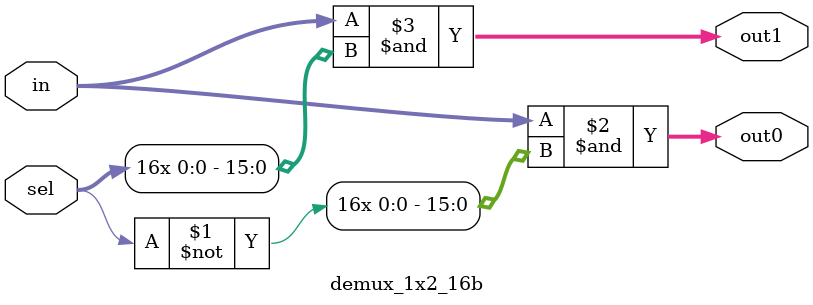
<source format=v>
`timescale 1ns / 1ps

module demux_1x2_16b#(parameter N=16)(
    output [N-1:0] out0,
    output [N-1:0] out1,
    input [N-1:0] in,
    input sel
    );
    
    assign out0 = in & {N{~sel}};
    assign out1 = in & {N{sel}};
endmodule

</source>
